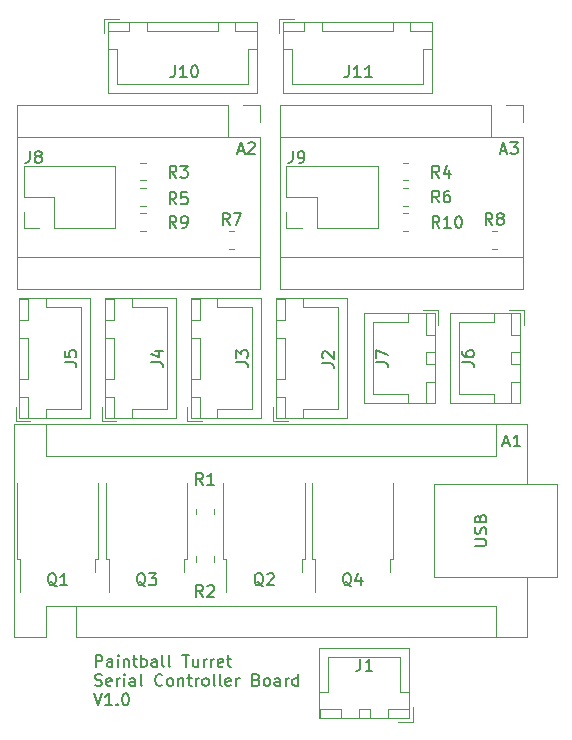
<source format=gbr>
%TF.GenerationSoftware,KiCad,Pcbnew,7.0.1-0*%
%TF.CreationDate,2024-10-14T15:01:22+02:00*%
%TF.ProjectId,SerialControllerBoard,53657269-616c-4436-9f6e-74726f6c6c65,rev?*%
%TF.SameCoordinates,Original*%
%TF.FileFunction,Legend,Top*%
%TF.FilePolarity,Positive*%
%FSLAX46Y46*%
G04 Gerber Fmt 4.6, Leading zero omitted, Abs format (unit mm)*
G04 Created by KiCad (PCBNEW 7.0.1-0) date 2024-10-14 15:01:22*
%MOMM*%
%LPD*%
G01*
G04 APERTURE LIST*
%ADD10C,0.150000*%
%ADD11C,0.120000*%
G04 APERTURE END LIST*
D10*
X127738095Y-95137619D02*
X127738095Y-94137619D01*
X127738095Y-94137619D02*
X128119047Y-94137619D01*
X128119047Y-94137619D02*
X128214285Y-94185238D01*
X128214285Y-94185238D02*
X128261904Y-94232857D01*
X128261904Y-94232857D02*
X128309523Y-94328095D01*
X128309523Y-94328095D02*
X128309523Y-94470952D01*
X128309523Y-94470952D02*
X128261904Y-94566190D01*
X128261904Y-94566190D02*
X128214285Y-94613809D01*
X128214285Y-94613809D02*
X128119047Y-94661428D01*
X128119047Y-94661428D02*
X127738095Y-94661428D01*
X129166666Y-95137619D02*
X129166666Y-94613809D01*
X129166666Y-94613809D02*
X129119047Y-94518571D01*
X129119047Y-94518571D02*
X129023809Y-94470952D01*
X129023809Y-94470952D02*
X128833333Y-94470952D01*
X128833333Y-94470952D02*
X128738095Y-94518571D01*
X129166666Y-95090000D02*
X129071428Y-95137619D01*
X129071428Y-95137619D02*
X128833333Y-95137619D01*
X128833333Y-95137619D02*
X128738095Y-95090000D01*
X128738095Y-95090000D02*
X128690476Y-94994761D01*
X128690476Y-94994761D02*
X128690476Y-94899523D01*
X128690476Y-94899523D02*
X128738095Y-94804285D01*
X128738095Y-94804285D02*
X128833333Y-94756666D01*
X128833333Y-94756666D02*
X129071428Y-94756666D01*
X129071428Y-94756666D02*
X129166666Y-94709047D01*
X129642857Y-95137619D02*
X129642857Y-94470952D01*
X129642857Y-94137619D02*
X129595238Y-94185238D01*
X129595238Y-94185238D02*
X129642857Y-94232857D01*
X129642857Y-94232857D02*
X129690476Y-94185238D01*
X129690476Y-94185238D02*
X129642857Y-94137619D01*
X129642857Y-94137619D02*
X129642857Y-94232857D01*
X130119047Y-94470952D02*
X130119047Y-95137619D01*
X130119047Y-94566190D02*
X130166666Y-94518571D01*
X130166666Y-94518571D02*
X130261904Y-94470952D01*
X130261904Y-94470952D02*
X130404761Y-94470952D01*
X130404761Y-94470952D02*
X130499999Y-94518571D01*
X130499999Y-94518571D02*
X130547618Y-94613809D01*
X130547618Y-94613809D02*
X130547618Y-95137619D01*
X130880952Y-94470952D02*
X131261904Y-94470952D01*
X131023809Y-94137619D02*
X131023809Y-94994761D01*
X131023809Y-94994761D02*
X131071428Y-95090000D01*
X131071428Y-95090000D02*
X131166666Y-95137619D01*
X131166666Y-95137619D02*
X131261904Y-95137619D01*
X131595238Y-95137619D02*
X131595238Y-94137619D01*
X131595238Y-94518571D02*
X131690476Y-94470952D01*
X131690476Y-94470952D02*
X131880952Y-94470952D01*
X131880952Y-94470952D02*
X131976190Y-94518571D01*
X131976190Y-94518571D02*
X132023809Y-94566190D01*
X132023809Y-94566190D02*
X132071428Y-94661428D01*
X132071428Y-94661428D02*
X132071428Y-94947142D01*
X132071428Y-94947142D02*
X132023809Y-95042380D01*
X132023809Y-95042380D02*
X131976190Y-95090000D01*
X131976190Y-95090000D02*
X131880952Y-95137619D01*
X131880952Y-95137619D02*
X131690476Y-95137619D01*
X131690476Y-95137619D02*
X131595238Y-95090000D01*
X132928571Y-95137619D02*
X132928571Y-94613809D01*
X132928571Y-94613809D02*
X132880952Y-94518571D01*
X132880952Y-94518571D02*
X132785714Y-94470952D01*
X132785714Y-94470952D02*
X132595238Y-94470952D01*
X132595238Y-94470952D02*
X132500000Y-94518571D01*
X132928571Y-95090000D02*
X132833333Y-95137619D01*
X132833333Y-95137619D02*
X132595238Y-95137619D01*
X132595238Y-95137619D02*
X132500000Y-95090000D01*
X132500000Y-95090000D02*
X132452381Y-94994761D01*
X132452381Y-94994761D02*
X132452381Y-94899523D01*
X132452381Y-94899523D02*
X132500000Y-94804285D01*
X132500000Y-94804285D02*
X132595238Y-94756666D01*
X132595238Y-94756666D02*
X132833333Y-94756666D01*
X132833333Y-94756666D02*
X132928571Y-94709047D01*
X133547619Y-95137619D02*
X133452381Y-95090000D01*
X133452381Y-95090000D02*
X133404762Y-94994761D01*
X133404762Y-94994761D02*
X133404762Y-94137619D01*
X134071429Y-95137619D02*
X133976191Y-95090000D01*
X133976191Y-95090000D02*
X133928572Y-94994761D01*
X133928572Y-94994761D02*
X133928572Y-94137619D01*
X135071430Y-94137619D02*
X135642858Y-94137619D01*
X135357144Y-95137619D02*
X135357144Y-94137619D01*
X136404763Y-94470952D02*
X136404763Y-95137619D01*
X135976192Y-94470952D02*
X135976192Y-94994761D01*
X135976192Y-94994761D02*
X136023811Y-95090000D01*
X136023811Y-95090000D02*
X136119049Y-95137619D01*
X136119049Y-95137619D02*
X136261906Y-95137619D01*
X136261906Y-95137619D02*
X136357144Y-95090000D01*
X136357144Y-95090000D02*
X136404763Y-95042380D01*
X136880954Y-95137619D02*
X136880954Y-94470952D01*
X136880954Y-94661428D02*
X136928573Y-94566190D01*
X136928573Y-94566190D02*
X136976192Y-94518571D01*
X136976192Y-94518571D02*
X137071430Y-94470952D01*
X137071430Y-94470952D02*
X137166668Y-94470952D01*
X137500002Y-95137619D02*
X137500002Y-94470952D01*
X137500002Y-94661428D02*
X137547621Y-94566190D01*
X137547621Y-94566190D02*
X137595240Y-94518571D01*
X137595240Y-94518571D02*
X137690478Y-94470952D01*
X137690478Y-94470952D02*
X137785716Y-94470952D01*
X138500002Y-95090000D02*
X138404764Y-95137619D01*
X138404764Y-95137619D02*
X138214288Y-95137619D01*
X138214288Y-95137619D02*
X138119050Y-95090000D01*
X138119050Y-95090000D02*
X138071431Y-94994761D01*
X138071431Y-94994761D02*
X138071431Y-94613809D01*
X138071431Y-94613809D02*
X138119050Y-94518571D01*
X138119050Y-94518571D02*
X138214288Y-94470952D01*
X138214288Y-94470952D02*
X138404764Y-94470952D01*
X138404764Y-94470952D02*
X138500002Y-94518571D01*
X138500002Y-94518571D02*
X138547621Y-94613809D01*
X138547621Y-94613809D02*
X138547621Y-94709047D01*
X138547621Y-94709047D02*
X138071431Y-94804285D01*
X138833336Y-94470952D02*
X139214288Y-94470952D01*
X138976193Y-94137619D02*
X138976193Y-94994761D01*
X138976193Y-94994761D02*
X139023812Y-95090000D01*
X139023812Y-95090000D02*
X139119050Y-95137619D01*
X139119050Y-95137619D02*
X139214288Y-95137619D01*
X127690476Y-96710000D02*
X127833333Y-96757619D01*
X127833333Y-96757619D02*
X128071428Y-96757619D01*
X128071428Y-96757619D02*
X128166666Y-96710000D01*
X128166666Y-96710000D02*
X128214285Y-96662380D01*
X128214285Y-96662380D02*
X128261904Y-96567142D01*
X128261904Y-96567142D02*
X128261904Y-96471904D01*
X128261904Y-96471904D02*
X128214285Y-96376666D01*
X128214285Y-96376666D02*
X128166666Y-96329047D01*
X128166666Y-96329047D02*
X128071428Y-96281428D01*
X128071428Y-96281428D02*
X127880952Y-96233809D01*
X127880952Y-96233809D02*
X127785714Y-96186190D01*
X127785714Y-96186190D02*
X127738095Y-96138571D01*
X127738095Y-96138571D02*
X127690476Y-96043333D01*
X127690476Y-96043333D02*
X127690476Y-95948095D01*
X127690476Y-95948095D02*
X127738095Y-95852857D01*
X127738095Y-95852857D02*
X127785714Y-95805238D01*
X127785714Y-95805238D02*
X127880952Y-95757619D01*
X127880952Y-95757619D02*
X128119047Y-95757619D01*
X128119047Y-95757619D02*
X128261904Y-95805238D01*
X129071428Y-96710000D02*
X128976190Y-96757619D01*
X128976190Y-96757619D02*
X128785714Y-96757619D01*
X128785714Y-96757619D02*
X128690476Y-96710000D01*
X128690476Y-96710000D02*
X128642857Y-96614761D01*
X128642857Y-96614761D02*
X128642857Y-96233809D01*
X128642857Y-96233809D02*
X128690476Y-96138571D01*
X128690476Y-96138571D02*
X128785714Y-96090952D01*
X128785714Y-96090952D02*
X128976190Y-96090952D01*
X128976190Y-96090952D02*
X129071428Y-96138571D01*
X129071428Y-96138571D02*
X129119047Y-96233809D01*
X129119047Y-96233809D02*
X129119047Y-96329047D01*
X129119047Y-96329047D02*
X128642857Y-96424285D01*
X129547619Y-96757619D02*
X129547619Y-96090952D01*
X129547619Y-96281428D02*
X129595238Y-96186190D01*
X129595238Y-96186190D02*
X129642857Y-96138571D01*
X129642857Y-96138571D02*
X129738095Y-96090952D01*
X129738095Y-96090952D02*
X129833333Y-96090952D01*
X130166667Y-96757619D02*
X130166667Y-96090952D01*
X130166667Y-95757619D02*
X130119048Y-95805238D01*
X130119048Y-95805238D02*
X130166667Y-95852857D01*
X130166667Y-95852857D02*
X130214286Y-95805238D01*
X130214286Y-95805238D02*
X130166667Y-95757619D01*
X130166667Y-95757619D02*
X130166667Y-95852857D01*
X131071428Y-96757619D02*
X131071428Y-96233809D01*
X131071428Y-96233809D02*
X131023809Y-96138571D01*
X131023809Y-96138571D02*
X130928571Y-96090952D01*
X130928571Y-96090952D02*
X130738095Y-96090952D01*
X130738095Y-96090952D02*
X130642857Y-96138571D01*
X131071428Y-96710000D02*
X130976190Y-96757619D01*
X130976190Y-96757619D02*
X130738095Y-96757619D01*
X130738095Y-96757619D02*
X130642857Y-96710000D01*
X130642857Y-96710000D02*
X130595238Y-96614761D01*
X130595238Y-96614761D02*
X130595238Y-96519523D01*
X130595238Y-96519523D02*
X130642857Y-96424285D01*
X130642857Y-96424285D02*
X130738095Y-96376666D01*
X130738095Y-96376666D02*
X130976190Y-96376666D01*
X130976190Y-96376666D02*
X131071428Y-96329047D01*
X131690476Y-96757619D02*
X131595238Y-96710000D01*
X131595238Y-96710000D02*
X131547619Y-96614761D01*
X131547619Y-96614761D02*
X131547619Y-95757619D01*
X133404762Y-96662380D02*
X133357143Y-96710000D01*
X133357143Y-96710000D02*
X133214286Y-96757619D01*
X133214286Y-96757619D02*
X133119048Y-96757619D01*
X133119048Y-96757619D02*
X132976191Y-96710000D01*
X132976191Y-96710000D02*
X132880953Y-96614761D01*
X132880953Y-96614761D02*
X132833334Y-96519523D01*
X132833334Y-96519523D02*
X132785715Y-96329047D01*
X132785715Y-96329047D02*
X132785715Y-96186190D01*
X132785715Y-96186190D02*
X132833334Y-95995714D01*
X132833334Y-95995714D02*
X132880953Y-95900476D01*
X132880953Y-95900476D02*
X132976191Y-95805238D01*
X132976191Y-95805238D02*
X133119048Y-95757619D01*
X133119048Y-95757619D02*
X133214286Y-95757619D01*
X133214286Y-95757619D02*
X133357143Y-95805238D01*
X133357143Y-95805238D02*
X133404762Y-95852857D01*
X133976191Y-96757619D02*
X133880953Y-96710000D01*
X133880953Y-96710000D02*
X133833334Y-96662380D01*
X133833334Y-96662380D02*
X133785715Y-96567142D01*
X133785715Y-96567142D02*
X133785715Y-96281428D01*
X133785715Y-96281428D02*
X133833334Y-96186190D01*
X133833334Y-96186190D02*
X133880953Y-96138571D01*
X133880953Y-96138571D02*
X133976191Y-96090952D01*
X133976191Y-96090952D02*
X134119048Y-96090952D01*
X134119048Y-96090952D02*
X134214286Y-96138571D01*
X134214286Y-96138571D02*
X134261905Y-96186190D01*
X134261905Y-96186190D02*
X134309524Y-96281428D01*
X134309524Y-96281428D02*
X134309524Y-96567142D01*
X134309524Y-96567142D02*
X134261905Y-96662380D01*
X134261905Y-96662380D02*
X134214286Y-96710000D01*
X134214286Y-96710000D02*
X134119048Y-96757619D01*
X134119048Y-96757619D02*
X133976191Y-96757619D01*
X134738096Y-96090952D02*
X134738096Y-96757619D01*
X134738096Y-96186190D02*
X134785715Y-96138571D01*
X134785715Y-96138571D02*
X134880953Y-96090952D01*
X134880953Y-96090952D02*
X135023810Y-96090952D01*
X135023810Y-96090952D02*
X135119048Y-96138571D01*
X135119048Y-96138571D02*
X135166667Y-96233809D01*
X135166667Y-96233809D02*
X135166667Y-96757619D01*
X135500001Y-96090952D02*
X135880953Y-96090952D01*
X135642858Y-95757619D02*
X135642858Y-96614761D01*
X135642858Y-96614761D02*
X135690477Y-96710000D01*
X135690477Y-96710000D02*
X135785715Y-96757619D01*
X135785715Y-96757619D02*
X135880953Y-96757619D01*
X136214287Y-96757619D02*
X136214287Y-96090952D01*
X136214287Y-96281428D02*
X136261906Y-96186190D01*
X136261906Y-96186190D02*
X136309525Y-96138571D01*
X136309525Y-96138571D02*
X136404763Y-96090952D01*
X136404763Y-96090952D02*
X136500001Y-96090952D01*
X136976192Y-96757619D02*
X136880954Y-96710000D01*
X136880954Y-96710000D02*
X136833335Y-96662380D01*
X136833335Y-96662380D02*
X136785716Y-96567142D01*
X136785716Y-96567142D02*
X136785716Y-96281428D01*
X136785716Y-96281428D02*
X136833335Y-96186190D01*
X136833335Y-96186190D02*
X136880954Y-96138571D01*
X136880954Y-96138571D02*
X136976192Y-96090952D01*
X136976192Y-96090952D02*
X137119049Y-96090952D01*
X137119049Y-96090952D02*
X137214287Y-96138571D01*
X137214287Y-96138571D02*
X137261906Y-96186190D01*
X137261906Y-96186190D02*
X137309525Y-96281428D01*
X137309525Y-96281428D02*
X137309525Y-96567142D01*
X137309525Y-96567142D02*
X137261906Y-96662380D01*
X137261906Y-96662380D02*
X137214287Y-96710000D01*
X137214287Y-96710000D02*
X137119049Y-96757619D01*
X137119049Y-96757619D02*
X136976192Y-96757619D01*
X137880954Y-96757619D02*
X137785716Y-96710000D01*
X137785716Y-96710000D02*
X137738097Y-96614761D01*
X137738097Y-96614761D02*
X137738097Y-95757619D01*
X138404764Y-96757619D02*
X138309526Y-96710000D01*
X138309526Y-96710000D02*
X138261907Y-96614761D01*
X138261907Y-96614761D02*
X138261907Y-95757619D01*
X139166669Y-96710000D02*
X139071431Y-96757619D01*
X139071431Y-96757619D02*
X138880955Y-96757619D01*
X138880955Y-96757619D02*
X138785717Y-96710000D01*
X138785717Y-96710000D02*
X138738098Y-96614761D01*
X138738098Y-96614761D02*
X138738098Y-96233809D01*
X138738098Y-96233809D02*
X138785717Y-96138571D01*
X138785717Y-96138571D02*
X138880955Y-96090952D01*
X138880955Y-96090952D02*
X139071431Y-96090952D01*
X139071431Y-96090952D02*
X139166669Y-96138571D01*
X139166669Y-96138571D02*
X139214288Y-96233809D01*
X139214288Y-96233809D02*
X139214288Y-96329047D01*
X139214288Y-96329047D02*
X138738098Y-96424285D01*
X139642860Y-96757619D02*
X139642860Y-96090952D01*
X139642860Y-96281428D02*
X139690479Y-96186190D01*
X139690479Y-96186190D02*
X139738098Y-96138571D01*
X139738098Y-96138571D02*
X139833336Y-96090952D01*
X139833336Y-96090952D02*
X139928574Y-96090952D01*
X141357146Y-96233809D02*
X141500003Y-96281428D01*
X141500003Y-96281428D02*
X141547622Y-96329047D01*
X141547622Y-96329047D02*
X141595241Y-96424285D01*
X141595241Y-96424285D02*
X141595241Y-96567142D01*
X141595241Y-96567142D02*
X141547622Y-96662380D01*
X141547622Y-96662380D02*
X141500003Y-96710000D01*
X141500003Y-96710000D02*
X141404765Y-96757619D01*
X141404765Y-96757619D02*
X141023813Y-96757619D01*
X141023813Y-96757619D02*
X141023813Y-95757619D01*
X141023813Y-95757619D02*
X141357146Y-95757619D01*
X141357146Y-95757619D02*
X141452384Y-95805238D01*
X141452384Y-95805238D02*
X141500003Y-95852857D01*
X141500003Y-95852857D02*
X141547622Y-95948095D01*
X141547622Y-95948095D02*
X141547622Y-96043333D01*
X141547622Y-96043333D02*
X141500003Y-96138571D01*
X141500003Y-96138571D02*
X141452384Y-96186190D01*
X141452384Y-96186190D02*
X141357146Y-96233809D01*
X141357146Y-96233809D02*
X141023813Y-96233809D01*
X142166670Y-96757619D02*
X142071432Y-96710000D01*
X142071432Y-96710000D02*
X142023813Y-96662380D01*
X142023813Y-96662380D02*
X141976194Y-96567142D01*
X141976194Y-96567142D02*
X141976194Y-96281428D01*
X141976194Y-96281428D02*
X142023813Y-96186190D01*
X142023813Y-96186190D02*
X142071432Y-96138571D01*
X142071432Y-96138571D02*
X142166670Y-96090952D01*
X142166670Y-96090952D02*
X142309527Y-96090952D01*
X142309527Y-96090952D02*
X142404765Y-96138571D01*
X142404765Y-96138571D02*
X142452384Y-96186190D01*
X142452384Y-96186190D02*
X142500003Y-96281428D01*
X142500003Y-96281428D02*
X142500003Y-96567142D01*
X142500003Y-96567142D02*
X142452384Y-96662380D01*
X142452384Y-96662380D02*
X142404765Y-96710000D01*
X142404765Y-96710000D02*
X142309527Y-96757619D01*
X142309527Y-96757619D02*
X142166670Y-96757619D01*
X143357146Y-96757619D02*
X143357146Y-96233809D01*
X143357146Y-96233809D02*
X143309527Y-96138571D01*
X143309527Y-96138571D02*
X143214289Y-96090952D01*
X143214289Y-96090952D02*
X143023813Y-96090952D01*
X143023813Y-96090952D02*
X142928575Y-96138571D01*
X143357146Y-96710000D02*
X143261908Y-96757619D01*
X143261908Y-96757619D02*
X143023813Y-96757619D01*
X143023813Y-96757619D02*
X142928575Y-96710000D01*
X142928575Y-96710000D02*
X142880956Y-96614761D01*
X142880956Y-96614761D02*
X142880956Y-96519523D01*
X142880956Y-96519523D02*
X142928575Y-96424285D01*
X142928575Y-96424285D02*
X143023813Y-96376666D01*
X143023813Y-96376666D02*
X143261908Y-96376666D01*
X143261908Y-96376666D02*
X143357146Y-96329047D01*
X143833337Y-96757619D02*
X143833337Y-96090952D01*
X143833337Y-96281428D02*
X143880956Y-96186190D01*
X143880956Y-96186190D02*
X143928575Y-96138571D01*
X143928575Y-96138571D02*
X144023813Y-96090952D01*
X144023813Y-96090952D02*
X144119051Y-96090952D01*
X144880956Y-96757619D02*
X144880956Y-95757619D01*
X144880956Y-96710000D02*
X144785718Y-96757619D01*
X144785718Y-96757619D02*
X144595242Y-96757619D01*
X144595242Y-96757619D02*
X144500004Y-96710000D01*
X144500004Y-96710000D02*
X144452385Y-96662380D01*
X144452385Y-96662380D02*
X144404766Y-96567142D01*
X144404766Y-96567142D02*
X144404766Y-96281428D01*
X144404766Y-96281428D02*
X144452385Y-96186190D01*
X144452385Y-96186190D02*
X144500004Y-96138571D01*
X144500004Y-96138571D02*
X144595242Y-96090952D01*
X144595242Y-96090952D02*
X144785718Y-96090952D01*
X144785718Y-96090952D02*
X144880956Y-96138571D01*
X127595238Y-97377619D02*
X127928571Y-98377619D01*
X127928571Y-98377619D02*
X128261904Y-97377619D01*
X129119047Y-98377619D02*
X128547619Y-98377619D01*
X128833333Y-98377619D02*
X128833333Y-97377619D01*
X128833333Y-97377619D02*
X128738095Y-97520476D01*
X128738095Y-97520476D02*
X128642857Y-97615714D01*
X128642857Y-97615714D02*
X128547619Y-97663333D01*
X129547619Y-98282380D02*
X129595238Y-98330000D01*
X129595238Y-98330000D02*
X129547619Y-98377619D01*
X129547619Y-98377619D02*
X129500000Y-98330000D01*
X129500000Y-98330000D02*
X129547619Y-98282380D01*
X129547619Y-98282380D02*
X129547619Y-98377619D01*
X130214285Y-97377619D02*
X130309523Y-97377619D01*
X130309523Y-97377619D02*
X130404761Y-97425238D01*
X130404761Y-97425238D02*
X130452380Y-97472857D01*
X130452380Y-97472857D02*
X130499999Y-97568095D01*
X130499999Y-97568095D02*
X130547618Y-97758571D01*
X130547618Y-97758571D02*
X130547618Y-97996666D01*
X130547618Y-97996666D02*
X130499999Y-98187142D01*
X130499999Y-98187142D02*
X130452380Y-98282380D01*
X130452380Y-98282380D02*
X130404761Y-98330000D01*
X130404761Y-98330000D02*
X130309523Y-98377619D01*
X130309523Y-98377619D02*
X130214285Y-98377619D01*
X130214285Y-98377619D02*
X130119047Y-98330000D01*
X130119047Y-98330000D02*
X130071428Y-98282380D01*
X130071428Y-98282380D02*
X130023809Y-98187142D01*
X130023809Y-98187142D02*
X129976190Y-97996666D01*
X129976190Y-97996666D02*
X129976190Y-97758571D01*
X129976190Y-97758571D02*
X130023809Y-97568095D01*
X130023809Y-97568095D02*
X130071428Y-97472857D01*
X130071428Y-97472857D02*
X130119047Y-97425238D01*
X130119047Y-97425238D02*
X130214285Y-97377619D01*
%TO.C,J10*%
X134440476Y-44212619D02*
X134440476Y-44926904D01*
X134440476Y-44926904D02*
X134392857Y-45069761D01*
X134392857Y-45069761D02*
X134297619Y-45165000D01*
X134297619Y-45165000D02*
X134154762Y-45212619D01*
X134154762Y-45212619D02*
X134059524Y-45212619D01*
X135440476Y-45212619D02*
X134869048Y-45212619D01*
X135154762Y-45212619D02*
X135154762Y-44212619D01*
X135154762Y-44212619D02*
X135059524Y-44355476D01*
X135059524Y-44355476D02*
X134964286Y-44450714D01*
X134964286Y-44450714D02*
X134869048Y-44498333D01*
X136059524Y-44212619D02*
X136154762Y-44212619D01*
X136154762Y-44212619D02*
X136250000Y-44260238D01*
X136250000Y-44260238D02*
X136297619Y-44307857D01*
X136297619Y-44307857D02*
X136345238Y-44403095D01*
X136345238Y-44403095D02*
X136392857Y-44593571D01*
X136392857Y-44593571D02*
X136392857Y-44831666D01*
X136392857Y-44831666D02*
X136345238Y-45022142D01*
X136345238Y-45022142D02*
X136297619Y-45117380D01*
X136297619Y-45117380D02*
X136250000Y-45165000D01*
X136250000Y-45165000D02*
X136154762Y-45212619D01*
X136154762Y-45212619D02*
X136059524Y-45212619D01*
X136059524Y-45212619D02*
X135964286Y-45165000D01*
X135964286Y-45165000D02*
X135916667Y-45117380D01*
X135916667Y-45117380D02*
X135869048Y-45022142D01*
X135869048Y-45022142D02*
X135821429Y-44831666D01*
X135821429Y-44831666D02*
X135821429Y-44593571D01*
X135821429Y-44593571D02*
X135869048Y-44403095D01*
X135869048Y-44403095D02*
X135916667Y-44307857D01*
X135916667Y-44307857D02*
X135964286Y-44260238D01*
X135964286Y-44260238D02*
X136059524Y-44212619D01*
%TO.C,J8*%
X122166666Y-51462619D02*
X122166666Y-52176904D01*
X122166666Y-52176904D02*
X122119047Y-52319761D01*
X122119047Y-52319761D02*
X122023809Y-52415000D01*
X122023809Y-52415000D02*
X121880952Y-52462619D01*
X121880952Y-52462619D02*
X121785714Y-52462619D01*
X122785714Y-51891190D02*
X122690476Y-51843571D01*
X122690476Y-51843571D02*
X122642857Y-51795952D01*
X122642857Y-51795952D02*
X122595238Y-51700714D01*
X122595238Y-51700714D02*
X122595238Y-51653095D01*
X122595238Y-51653095D02*
X122642857Y-51557857D01*
X122642857Y-51557857D02*
X122690476Y-51510238D01*
X122690476Y-51510238D02*
X122785714Y-51462619D01*
X122785714Y-51462619D02*
X122976190Y-51462619D01*
X122976190Y-51462619D02*
X123071428Y-51510238D01*
X123071428Y-51510238D02*
X123119047Y-51557857D01*
X123119047Y-51557857D02*
X123166666Y-51653095D01*
X123166666Y-51653095D02*
X123166666Y-51700714D01*
X123166666Y-51700714D02*
X123119047Y-51795952D01*
X123119047Y-51795952D02*
X123071428Y-51843571D01*
X123071428Y-51843571D02*
X122976190Y-51891190D01*
X122976190Y-51891190D02*
X122785714Y-51891190D01*
X122785714Y-51891190D02*
X122690476Y-51938809D01*
X122690476Y-51938809D02*
X122642857Y-51986428D01*
X122642857Y-51986428D02*
X122595238Y-52081666D01*
X122595238Y-52081666D02*
X122595238Y-52272142D01*
X122595238Y-52272142D02*
X122642857Y-52367380D01*
X122642857Y-52367380D02*
X122690476Y-52415000D01*
X122690476Y-52415000D02*
X122785714Y-52462619D01*
X122785714Y-52462619D02*
X122976190Y-52462619D01*
X122976190Y-52462619D02*
X123071428Y-52415000D01*
X123071428Y-52415000D02*
X123119047Y-52367380D01*
X123119047Y-52367380D02*
X123166666Y-52272142D01*
X123166666Y-52272142D02*
X123166666Y-52081666D01*
X123166666Y-52081666D02*
X123119047Y-51986428D01*
X123119047Y-51986428D02*
X123071428Y-51938809D01*
X123071428Y-51938809D02*
X122976190Y-51891190D01*
%TO.C,J5*%
X125112619Y-69333333D02*
X125826904Y-69333333D01*
X125826904Y-69333333D02*
X125969761Y-69380952D01*
X125969761Y-69380952D02*
X126065000Y-69476190D01*
X126065000Y-69476190D02*
X126112619Y-69619047D01*
X126112619Y-69619047D02*
X126112619Y-69714285D01*
X125112619Y-68380952D02*
X125112619Y-68857142D01*
X125112619Y-68857142D02*
X125588809Y-68904761D01*
X125588809Y-68904761D02*
X125541190Y-68857142D01*
X125541190Y-68857142D02*
X125493571Y-68761904D01*
X125493571Y-68761904D02*
X125493571Y-68523809D01*
X125493571Y-68523809D02*
X125541190Y-68428571D01*
X125541190Y-68428571D02*
X125588809Y-68380952D01*
X125588809Y-68380952D02*
X125684047Y-68333333D01*
X125684047Y-68333333D02*
X125922142Y-68333333D01*
X125922142Y-68333333D02*
X126017380Y-68380952D01*
X126017380Y-68380952D02*
X126065000Y-68428571D01*
X126065000Y-68428571D02*
X126112619Y-68523809D01*
X126112619Y-68523809D02*
X126112619Y-68761904D01*
X126112619Y-68761904D02*
X126065000Y-68857142D01*
X126065000Y-68857142D02*
X126017380Y-68904761D01*
%TO.C,J11*%
X149190476Y-44212619D02*
X149190476Y-44926904D01*
X149190476Y-44926904D02*
X149142857Y-45069761D01*
X149142857Y-45069761D02*
X149047619Y-45165000D01*
X149047619Y-45165000D02*
X148904762Y-45212619D01*
X148904762Y-45212619D02*
X148809524Y-45212619D01*
X150190476Y-45212619D02*
X149619048Y-45212619D01*
X149904762Y-45212619D02*
X149904762Y-44212619D01*
X149904762Y-44212619D02*
X149809524Y-44355476D01*
X149809524Y-44355476D02*
X149714286Y-44450714D01*
X149714286Y-44450714D02*
X149619048Y-44498333D01*
X151142857Y-45212619D02*
X150571429Y-45212619D01*
X150857143Y-45212619D02*
X150857143Y-44212619D01*
X150857143Y-44212619D02*
X150761905Y-44355476D01*
X150761905Y-44355476D02*
X150666667Y-44450714D01*
X150666667Y-44450714D02*
X150571429Y-44498333D01*
%TO.C,J6*%
X158762619Y-69333333D02*
X159476904Y-69333333D01*
X159476904Y-69333333D02*
X159619761Y-69380952D01*
X159619761Y-69380952D02*
X159715000Y-69476190D01*
X159715000Y-69476190D02*
X159762619Y-69619047D01*
X159762619Y-69619047D02*
X159762619Y-69714285D01*
X158762619Y-68428571D02*
X158762619Y-68619047D01*
X158762619Y-68619047D02*
X158810238Y-68714285D01*
X158810238Y-68714285D02*
X158857857Y-68761904D01*
X158857857Y-68761904D02*
X159000714Y-68857142D01*
X159000714Y-68857142D02*
X159191190Y-68904761D01*
X159191190Y-68904761D02*
X159572142Y-68904761D01*
X159572142Y-68904761D02*
X159667380Y-68857142D01*
X159667380Y-68857142D02*
X159715000Y-68809523D01*
X159715000Y-68809523D02*
X159762619Y-68714285D01*
X159762619Y-68714285D02*
X159762619Y-68523809D01*
X159762619Y-68523809D02*
X159715000Y-68428571D01*
X159715000Y-68428571D02*
X159667380Y-68380952D01*
X159667380Y-68380952D02*
X159572142Y-68333333D01*
X159572142Y-68333333D02*
X159334047Y-68333333D01*
X159334047Y-68333333D02*
X159238809Y-68380952D01*
X159238809Y-68380952D02*
X159191190Y-68428571D01*
X159191190Y-68428571D02*
X159143571Y-68523809D01*
X159143571Y-68523809D02*
X159143571Y-68714285D01*
X159143571Y-68714285D02*
X159191190Y-68809523D01*
X159191190Y-68809523D02*
X159238809Y-68857142D01*
X159238809Y-68857142D02*
X159334047Y-68904761D01*
%TO.C,J4*%
X132437619Y-69333333D02*
X133151904Y-69333333D01*
X133151904Y-69333333D02*
X133294761Y-69380952D01*
X133294761Y-69380952D02*
X133390000Y-69476190D01*
X133390000Y-69476190D02*
X133437619Y-69619047D01*
X133437619Y-69619047D02*
X133437619Y-69714285D01*
X132770952Y-68428571D02*
X133437619Y-68428571D01*
X132390000Y-68666666D02*
X133104285Y-68904761D01*
X133104285Y-68904761D02*
X133104285Y-68285714D01*
%TO.C,A1*%
X162285714Y-76176904D02*
X162761904Y-76176904D01*
X162190476Y-76462619D02*
X162523809Y-75462619D01*
X162523809Y-75462619D02*
X162857142Y-76462619D01*
X163714285Y-76462619D02*
X163142857Y-76462619D01*
X163428571Y-76462619D02*
X163428571Y-75462619D01*
X163428571Y-75462619D02*
X163333333Y-75605476D01*
X163333333Y-75605476D02*
X163238095Y-75700714D01*
X163238095Y-75700714D02*
X163142857Y-75748333D01*
X159822619Y-84881904D02*
X160632142Y-84881904D01*
X160632142Y-84881904D02*
X160727380Y-84834285D01*
X160727380Y-84834285D02*
X160775000Y-84786666D01*
X160775000Y-84786666D02*
X160822619Y-84691428D01*
X160822619Y-84691428D02*
X160822619Y-84500952D01*
X160822619Y-84500952D02*
X160775000Y-84405714D01*
X160775000Y-84405714D02*
X160727380Y-84358095D01*
X160727380Y-84358095D02*
X160632142Y-84310476D01*
X160632142Y-84310476D02*
X159822619Y-84310476D01*
X160775000Y-83881904D02*
X160822619Y-83739047D01*
X160822619Y-83739047D02*
X160822619Y-83500952D01*
X160822619Y-83500952D02*
X160775000Y-83405714D01*
X160775000Y-83405714D02*
X160727380Y-83358095D01*
X160727380Y-83358095D02*
X160632142Y-83310476D01*
X160632142Y-83310476D02*
X160536904Y-83310476D01*
X160536904Y-83310476D02*
X160441666Y-83358095D01*
X160441666Y-83358095D02*
X160394047Y-83405714D01*
X160394047Y-83405714D02*
X160346428Y-83500952D01*
X160346428Y-83500952D02*
X160298809Y-83691428D01*
X160298809Y-83691428D02*
X160251190Y-83786666D01*
X160251190Y-83786666D02*
X160203571Y-83834285D01*
X160203571Y-83834285D02*
X160108333Y-83881904D01*
X160108333Y-83881904D02*
X160013095Y-83881904D01*
X160013095Y-83881904D02*
X159917857Y-83834285D01*
X159917857Y-83834285D02*
X159870238Y-83786666D01*
X159870238Y-83786666D02*
X159822619Y-83691428D01*
X159822619Y-83691428D02*
X159822619Y-83453333D01*
X159822619Y-83453333D02*
X159870238Y-83310476D01*
X160298809Y-82548571D02*
X160346428Y-82405714D01*
X160346428Y-82405714D02*
X160394047Y-82358095D01*
X160394047Y-82358095D02*
X160489285Y-82310476D01*
X160489285Y-82310476D02*
X160632142Y-82310476D01*
X160632142Y-82310476D02*
X160727380Y-82358095D01*
X160727380Y-82358095D02*
X160775000Y-82405714D01*
X160775000Y-82405714D02*
X160822619Y-82500952D01*
X160822619Y-82500952D02*
X160822619Y-82881904D01*
X160822619Y-82881904D02*
X159822619Y-82881904D01*
X159822619Y-82881904D02*
X159822619Y-82548571D01*
X159822619Y-82548571D02*
X159870238Y-82453333D01*
X159870238Y-82453333D02*
X159917857Y-82405714D01*
X159917857Y-82405714D02*
X160013095Y-82358095D01*
X160013095Y-82358095D02*
X160108333Y-82358095D01*
X160108333Y-82358095D02*
X160203571Y-82405714D01*
X160203571Y-82405714D02*
X160251190Y-82453333D01*
X160251190Y-82453333D02*
X160298809Y-82548571D01*
X160298809Y-82548571D02*
X160298809Y-82881904D01*
%TO.C,R2*%
X136833333Y-89212619D02*
X136500000Y-88736428D01*
X136261905Y-89212619D02*
X136261905Y-88212619D01*
X136261905Y-88212619D02*
X136642857Y-88212619D01*
X136642857Y-88212619D02*
X136738095Y-88260238D01*
X136738095Y-88260238D02*
X136785714Y-88307857D01*
X136785714Y-88307857D02*
X136833333Y-88403095D01*
X136833333Y-88403095D02*
X136833333Y-88545952D01*
X136833333Y-88545952D02*
X136785714Y-88641190D01*
X136785714Y-88641190D02*
X136738095Y-88688809D01*
X136738095Y-88688809D02*
X136642857Y-88736428D01*
X136642857Y-88736428D02*
X136261905Y-88736428D01*
X137214286Y-88307857D02*
X137261905Y-88260238D01*
X137261905Y-88260238D02*
X137357143Y-88212619D01*
X137357143Y-88212619D02*
X137595238Y-88212619D01*
X137595238Y-88212619D02*
X137690476Y-88260238D01*
X137690476Y-88260238D02*
X137738095Y-88307857D01*
X137738095Y-88307857D02*
X137785714Y-88403095D01*
X137785714Y-88403095D02*
X137785714Y-88498333D01*
X137785714Y-88498333D02*
X137738095Y-88641190D01*
X137738095Y-88641190D02*
X137166667Y-89212619D01*
X137166667Y-89212619D02*
X137785714Y-89212619D01*
%TO.C,R10*%
X156857142Y-57962619D02*
X156523809Y-57486428D01*
X156285714Y-57962619D02*
X156285714Y-56962619D01*
X156285714Y-56962619D02*
X156666666Y-56962619D01*
X156666666Y-56962619D02*
X156761904Y-57010238D01*
X156761904Y-57010238D02*
X156809523Y-57057857D01*
X156809523Y-57057857D02*
X156857142Y-57153095D01*
X156857142Y-57153095D02*
X156857142Y-57295952D01*
X156857142Y-57295952D02*
X156809523Y-57391190D01*
X156809523Y-57391190D02*
X156761904Y-57438809D01*
X156761904Y-57438809D02*
X156666666Y-57486428D01*
X156666666Y-57486428D02*
X156285714Y-57486428D01*
X157809523Y-57962619D02*
X157238095Y-57962619D01*
X157523809Y-57962619D02*
X157523809Y-56962619D01*
X157523809Y-56962619D02*
X157428571Y-57105476D01*
X157428571Y-57105476D02*
X157333333Y-57200714D01*
X157333333Y-57200714D02*
X157238095Y-57248333D01*
X158428571Y-56962619D02*
X158523809Y-56962619D01*
X158523809Y-56962619D02*
X158619047Y-57010238D01*
X158619047Y-57010238D02*
X158666666Y-57057857D01*
X158666666Y-57057857D02*
X158714285Y-57153095D01*
X158714285Y-57153095D02*
X158761904Y-57343571D01*
X158761904Y-57343571D02*
X158761904Y-57581666D01*
X158761904Y-57581666D02*
X158714285Y-57772142D01*
X158714285Y-57772142D02*
X158666666Y-57867380D01*
X158666666Y-57867380D02*
X158619047Y-57915000D01*
X158619047Y-57915000D02*
X158523809Y-57962619D01*
X158523809Y-57962619D02*
X158428571Y-57962619D01*
X158428571Y-57962619D02*
X158333333Y-57915000D01*
X158333333Y-57915000D02*
X158285714Y-57867380D01*
X158285714Y-57867380D02*
X158238095Y-57772142D01*
X158238095Y-57772142D02*
X158190476Y-57581666D01*
X158190476Y-57581666D02*
X158190476Y-57343571D01*
X158190476Y-57343571D02*
X158238095Y-57153095D01*
X158238095Y-57153095D02*
X158285714Y-57057857D01*
X158285714Y-57057857D02*
X158333333Y-57010238D01*
X158333333Y-57010238D02*
X158428571Y-56962619D01*
%TO.C,A2*%
X139785714Y-51426904D02*
X140261904Y-51426904D01*
X139690476Y-51712619D02*
X140023809Y-50712619D01*
X140023809Y-50712619D02*
X140357142Y-51712619D01*
X140642857Y-50807857D02*
X140690476Y-50760238D01*
X140690476Y-50760238D02*
X140785714Y-50712619D01*
X140785714Y-50712619D02*
X141023809Y-50712619D01*
X141023809Y-50712619D02*
X141119047Y-50760238D01*
X141119047Y-50760238D02*
X141166666Y-50807857D01*
X141166666Y-50807857D02*
X141214285Y-50903095D01*
X141214285Y-50903095D02*
X141214285Y-50998333D01*
X141214285Y-50998333D02*
X141166666Y-51141190D01*
X141166666Y-51141190D02*
X140595238Y-51712619D01*
X140595238Y-51712619D02*
X141214285Y-51712619D01*
%TO.C,R7*%
X139083333Y-57712619D02*
X138750000Y-57236428D01*
X138511905Y-57712619D02*
X138511905Y-56712619D01*
X138511905Y-56712619D02*
X138892857Y-56712619D01*
X138892857Y-56712619D02*
X138988095Y-56760238D01*
X138988095Y-56760238D02*
X139035714Y-56807857D01*
X139035714Y-56807857D02*
X139083333Y-56903095D01*
X139083333Y-56903095D02*
X139083333Y-57045952D01*
X139083333Y-57045952D02*
X139035714Y-57141190D01*
X139035714Y-57141190D02*
X138988095Y-57188809D01*
X138988095Y-57188809D02*
X138892857Y-57236428D01*
X138892857Y-57236428D02*
X138511905Y-57236428D01*
X139416667Y-56712619D02*
X140083333Y-56712619D01*
X140083333Y-56712619D02*
X139654762Y-57712619D01*
%TO.C,R5*%
X134583333Y-55962619D02*
X134250000Y-55486428D01*
X134011905Y-55962619D02*
X134011905Y-54962619D01*
X134011905Y-54962619D02*
X134392857Y-54962619D01*
X134392857Y-54962619D02*
X134488095Y-55010238D01*
X134488095Y-55010238D02*
X134535714Y-55057857D01*
X134535714Y-55057857D02*
X134583333Y-55153095D01*
X134583333Y-55153095D02*
X134583333Y-55295952D01*
X134583333Y-55295952D02*
X134535714Y-55391190D01*
X134535714Y-55391190D02*
X134488095Y-55438809D01*
X134488095Y-55438809D02*
X134392857Y-55486428D01*
X134392857Y-55486428D02*
X134011905Y-55486428D01*
X135488095Y-54962619D02*
X135011905Y-54962619D01*
X135011905Y-54962619D02*
X134964286Y-55438809D01*
X134964286Y-55438809D02*
X135011905Y-55391190D01*
X135011905Y-55391190D02*
X135107143Y-55343571D01*
X135107143Y-55343571D02*
X135345238Y-55343571D01*
X135345238Y-55343571D02*
X135440476Y-55391190D01*
X135440476Y-55391190D02*
X135488095Y-55438809D01*
X135488095Y-55438809D02*
X135535714Y-55534047D01*
X135535714Y-55534047D02*
X135535714Y-55772142D01*
X135535714Y-55772142D02*
X135488095Y-55867380D01*
X135488095Y-55867380D02*
X135440476Y-55915000D01*
X135440476Y-55915000D02*
X135345238Y-55962619D01*
X135345238Y-55962619D02*
X135107143Y-55962619D01*
X135107143Y-55962619D02*
X135011905Y-55915000D01*
X135011905Y-55915000D02*
X134964286Y-55867380D01*
%TO.C,Q3*%
X131964761Y-88307857D02*
X131869523Y-88260238D01*
X131869523Y-88260238D02*
X131774285Y-88165000D01*
X131774285Y-88165000D02*
X131631428Y-88022142D01*
X131631428Y-88022142D02*
X131536190Y-87974523D01*
X131536190Y-87974523D02*
X131440952Y-87974523D01*
X131488571Y-88212619D02*
X131393333Y-88165000D01*
X131393333Y-88165000D02*
X131298095Y-88069761D01*
X131298095Y-88069761D02*
X131250476Y-87879285D01*
X131250476Y-87879285D02*
X131250476Y-87545952D01*
X131250476Y-87545952D02*
X131298095Y-87355476D01*
X131298095Y-87355476D02*
X131393333Y-87260238D01*
X131393333Y-87260238D02*
X131488571Y-87212619D01*
X131488571Y-87212619D02*
X131679047Y-87212619D01*
X131679047Y-87212619D02*
X131774285Y-87260238D01*
X131774285Y-87260238D02*
X131869523Y-87355476D01*
X131869523Y-87355476D02*
X131917142Y-87545952D01*
X131917142Y-87545952D02*
X131917142Y-87879285D01*
X131917142Y-87879285D02*
X131869523Y-88069761D01*
X131869523Y-88069761D02*
X131774285Y-88165000D01*
X131774285Y-88165000D02*
X131679047Y-88212619D01*
X131679047Y-88212619D02*
X131488571Y-88212619D01*
X132250476Y-87212619D02*
X132869523Y-87212619D01*
X132869523Y-87212619D02*
X132536190Y-87593571D01*
X132536190Y-87593571D02*
X132679047Y-87593571D01*
X132679047Y-87593571D02*
X132774285Y-87641190D01*
X132774285Y-87641190D02*
X132821904Y-87688809D01*
X132821904Y-87688809D02*
X132869523Y-87784047D01*
X132869523Y-87784047D02*
X132869523Y-88022142D01*
X132869523Y-88022142D02*
X132821904Y-88117380D01*
X132821904Y-88117380D02*
X132774285Y-88165000D01*
X132774285Y-88165000D02*
X132679047Y-88212619D01*
X132679047Y-88212619D02*
X132393333Y-88212619D01*
X132393333Y-88212619D02*
X132298095Y-88165000D01*
X132298095Y-88165000D02*
X132250476Y-88117380D01*
%TO.C,R8*%
X161333333Y-57712619D02*
X161000000Y-57236428D01*
X160761905Y-57712619D02*
X160761905Y-56712619D01*
X160761905Y-56712619D02*
X161142857Y-56712619D01*
X161142857Y-56712619D02*
X161238095Y-56760238D01*
X161238095Y-56760238D02*
X161285714Y-56807857D01*
X161285714Y-56807857D02*
X161333333Y-56903095D01*
X161333333Y-56903095D02*
X161333333Y-57045952D01*
X161333333Y-57045952D02*
X161285714Y-57141190D01*
X161285714Y-57141190D02*
X161238095Y-57188809D01*
X161238095Y-57188809D02*
X161142857Y-57236428D01*
X161142857Y-57236428D02*
X160761905Y-57236428D01*
X161904762Y-57141190D02*
X161809524Y-57093571D01*
X161809524Y-57093571D02*
X161761905Y-57045952D01*
X161761905Y-57045952D02*
X161714286Y-56950714D01*
X161714286Y-56950714D02*
X161714286Y-56903095D01*
X161714286Y-56903095D02*
X161761905Y-56807857D01*
X161761905Y-56807857D02*
X161809524Y-56760238D01*
X161809524Y-56760238D02*
X161904762Y-56712619D01*
X161904762Y-56712619D02*
X162095238Y-56712619D01*
X162095238Y-56712619D02*
X162190476Y-56760238D01*
X162190476Y-56760238D02*
X162238095Y-56807857D01*
X162238095Y-56807857D02*
X162285714Y-56903095D01*
X162285714Y-56903095D02*
X162285714Y-56950714D01*
X162285714Y-56950714D02*
X162238095Y-57045952D01*
X162238095Y-57045952D02*
X162190476Y-57093571D01*
X162190476Y-57093571D02*
X162095238Y-57141190D01*
X162095238Y-57141190D02*
X161904762Y-57141190D01*
X161904762Y-57141190D02*
X161809524Y-57188809D01*
X161809524Y-57188809D02*
X161761905Y-57236428D01*
X161761905Y-57236428D02*
X161714286Y-57331666D01*
X161714286Y-57331666D02*
X161714286Y-57522142D01*
X161714286Y-57522142D02*
X161761905Y-57617380D01*
X161761905Y-57617380D02*
X161809524Y-57665000D01*
X161809524Y-57665000D02*
X161904762Y-57712619D01*
X161904762Y-57712619D02*
X162095238Y-57712619D01*
X162095238Y-57712619D02*
X162190476Y-57665000D01*
X162190476Y-57665000D02*
X162238095Y-57617380D01*
X162238095Y-57617380D02*
X162285714Y-57522142D01*
X162285714Y-57522142D02*
X162285714Y-57331666D01*
X162285714Y-57331666D02*
X162238095Y-57236428D01*
X162238095Y-57236428D02*
X162190476Y-57188809D01*
X162190476Y-57188809D02*
X162095238Y-57141190D01*
%TO.C,R3*%
X134583333Y-53712619D02*
X134250000Y-53236428D01*
X134011905Y-53712619D02*
X134011905Y-52712619D01*
X134011905Y-52712619D02*
X134392857Y-52712619D01*
X134392857Y-52712619D02*
X134488095Y-52760238D01*
X134488095Y-52760238D02*
X134535714Y-52807857D01*
X134535714Y-52807857D02*
X134583333Y-52903095D01*
X134583333Y-52903095D02*
X134583333Y-53045952D01*
X134583333Y-53045952D02*
X134535714Y-53141190D01*
X134535714Y-53141190D02*
X134488095Y-53188809D01*
X134488095Y-53188809D02*
X134392857Y-53236428D01*
X134392857Y-53236428D02*
X134011905Y-53236428D01*
X134916667Y-52712619D02*
X135535714Y-52712619D01*
X135535714Y-52712619D02*
X135202381Y-53093571D01*
X135202381Y-53093571D02*
X135345238Y-53093571D01*
X135345238Y-53093571D02*
X135440476Y-53141190D01*
X135440476Y-53141190D02*
X135488095Y-53188809D01*
X135488095Y-53188809D02*
X135535714Y-53284047D01*
X135535714Y-53284047D02*
X135535714Y-53522142D01*
X135535714Y-53522142D02*
X135488095Y-53617380D01*
X135488095Y-53617380D02*
X135440476Y-53665000D01*
X135440476Y-53665000D02*
X135345238Y-53712619D01*
X135345238Y-53712619D02*
X135059524Y-53712619D01*
X135059524Y-53712619D02*
X134964286Y-53665000D01*
X134964286Y-53665000D02*
X134916667Y-53617380D01*
%TO.C,Q4*%
X149404761Y-88307857D02*
X149309523Y-88260238D01*
X149309523Y-88260238D02*
X149214285Y-88165000D01*
X149214285Y-88165000D02*
X149071428Y-88022142D01*
X149071428Y-88022142D02*
X148976190Y-87974523D01*
X148976190Y-87974523D02*
X148880952Y-87974523D01*
X148928571Y-88212619D02*
X148833333Y-88165000D01*
X148833333Y-88165000D02*
X148738095Y-88069761D01*
X148738095Y-88069761D02*
X148690476Y-87879285D01*
X148690476Y-87879285D02*
X148690476Y-87545952D01*
X148690476Y-87545952D02*
X148738095Y-87355476D01*
X148738095Y-87355476D02*
X148833333Y-87260238D01*
X148833333Y-87260238D02*
X148928571Y-87212619D01*
X148928571Y-87212619D02*
X149119047Y-87212619D01*
X149119047Y-87212619D02*
X149214285Y-87260238D01*
X149214285Y-87260238D02*
X149309523Y-87355476D01*
X149309523Y-87355476D02*
X149357142Y-87545952D01*
X149357142Y-87545952D02*
X149357142Y-87879285D01*
X149357142Y-87879285D02*
X149309523Y-88069761D01*
X149309523Y-88069761D02*
X149214285Y-88165000D01*
X149214285Y-88165000D02*
X149119047Y-88212619D01*
X149119047Y-88212619D02*
X148928571Y-88212619D01*
X150214285Y-87545952D02*
X150214285Y-88212619D01*
X149976190Y-87165000D02*
X149738095Y-87879285D01*
X149738095Y-87879285D02*
X150357142Y-87879285D01*
%TO.C,J7*%
X151462619Y-69333333D02*
X152176904Y-69333333D01*
X152176904Y-69333333D02*
X152319761Y-69380952D01*
X152319761Y-69380952D02*
X152415000Y-69476190D01*
X152415000Y-69476190D02*
X152462619Y-69619047D01*
X152462619Y-69619047D02*
X152462619Y-69714285D01*
X151462619Y-68952380D02*
X151462619Y-68285714D01*
X151462619Y-68285714D02*
X152462619Y-68714285D01*
%TO.C,R4*%
X156833333Y-53712619D02*
X156500000Y-53236428D01*
X156261905Y-53712619D02*
X156261905Y-52712619D01*
X156261905Y-52712619D02*
X156642857Y-52712619D01*
X156642857Y-52712619D02*
X156738095Y-52760238D01*
X156738095Y-52760238D02*
X156785714Y-52807857D01*
X156785714Y-52807857D02*
X156833333Y-52903095D01*
X156833333Y-52903095D02*
X156833333Y-53045952D01*
X156833333Y-53045952D02*
X156785714Y-53141190D01*
X156785714Y-53141190D02*
X156738095Y-53188809D01*
X156738095Y-53188809D02*
X156642857Y-53236428D01*
X156642857Y-53236428D02*
X156261905Y-53236428D01*
X157690476Y-53045952D02*
X157690476Y-53712619D01*
X157452381Y-52665000D02*
X157214286Y-53379285D01*
X157214286Y-53379285D02*
X157833333Y-53379285D01*
%TO.C,R1*%
X136833333Y-79712619D02*
X136500000Y-79236428D01*
X136261905Y-79712619D02*
X136261905Y-78712619D01*
X136261905Y-78712619D02*
X136642857Y-78712619D01*
X136642857Y-78712619D02*
X136738095Y-78760238D01*
X136738095Y-78760238D02*
X136785714Y-78807857D01*
X136785714Y-78807857D02*
X136833333Y-78903095D01*
X136833333Y-78903095D02*
X136833333Y-79045952D01*
X136833333Y-79045952D02*
X136785714Y-79141190D01*
X136785714Y-79141190D02*
X136738095Y-79188809D01*
X136738095Y-79188809D02*
X136642857Y-79236428D01*
X136642857Y-79236428D02*
X136261905Y-79236428D01*
X137785714Y-79712619D02*
X137214286Y-79712619D01*
X137500000Y-79712619D02*
X137500000Y-78712619D01*
X137500000Y-78712619D02*
X137404762Y-78855476D01*
X137404762Y-78855476D02*
X137309524Y-78950714D01*
X137309524Y-78950714D02*
X137214286Y-78998333D01*
%TO.C,Q2*%
X141934761Y-88307857D02*
X141839523Y-88260238D01*
X141839523Y-88260238D02*
X141744285Y-88165000D01*
X141744285Y-88165000D02*
X141601428Y-88022142D01*
X141601428Y-88022142D02*
X141506190Y-87974523D01*
X141506190Y-87974523D02*
X141410952Y-87974523D01*
X141458571Y-88212619D02*
X141363333Y-88165000D01*
X141363333Y-88165000D02*
X141268095Y-88069761D01*
X141268095Y-88069761D02*
X141220476Y-87879285D01*
X141220476Y-87879285D02*
X141220476Y-87545952D01*
X141220476Y-87545952D02*
X141268095Y-87355476D01*
X141268095Y-87355476D02*
X141363333Y-87260238D01*
X141363333Y-87260238D02*
X141458571Y-87212619D01*
X141458571Y-87212619D02*
X141649047Y-87212619D01*
X141649047Y-87212619D02*
X141744285Y-87260238D01*
X141744285Y-87260238D02*
X141839523Y-87355476D01*
X141839523Y-87355476D02*
X141887142Y-87545952D01*
X141887142Y-87545952D02*
X141887142Y-87879285D01*
X141887142Y-87879285D02*
X141839523Y-88069761D01*
X141839523Y-88069761D02*
X141744285Y-88165000D01*
X141744285Y-88165000D02*
X141649047Y-88212619D01*
X141649047Y-88212619D02*
X141458571Y-88212619D01*
X142268095Y-87307857D02*
X142315714Y-87260238D01*
X142315714Y-87260238D02*
X142410952Y-87212619D01*
X142410952Y-87212619D02*
X142649047Y-87212619D01*
X142649047Y-87212619D02*
X142744285Y-87260238D01*
X142744285Y-87260238D02*
X142791904Y-87307857D01*
X142791904Y-87307857D02*
X142839523Y-87403095D01*
X142839523Y-87403095D02*
X142839523Y-87498333D01*
X142839523Y-87498333D02*
X142791904Y-87641190D01*
X142791904Y-87641190D02*
X142220476Y-88212619D01*
X142220476Y-88212619D02*
X142839523Y-88212619D01*
%TO.C,J1*%
X150166666Y-94462619D02*
X150166666Y-95176904D01*
X150166666Y-95176904D02*
X150119047Y-95319761D01*
X150119047Y-95319761D02*
X150023809Y-95415000D01*
X150023809Y-95415000D02*
X149880952Y-95462619D01*
X149880952Y-95462619D02*
X149785714Y-95462619D01*
X151166666Y-95462619D02*
X150595238Y-95462619D01*
X150880952Y-95462619D02*
X150880952Y-94462619D01*
X150880952Y-94462619D02*
X150785714Y-94605476D01*
X150785714Y-94605476D02*
X150690476Y-94700714D01*
X150690476Y-94700714D02*
X150595238Y-94748333D01*
%TO.C,J2*%
X146912619Y-69433333D02*
X147626904Y-69433333D01*
X147626904Y-69433333D02*
X147769761Y-69480952D01*
X147769761Y-69480952D02*
X147865000Y-69576190D01*
X147865000Y-69576190D02*
X147912619Y-69719047D01*
X147912619Y-69719047D02*
X147912619Y-69814285D01*
X147007857Y-69004761D02*
X146960238Y-68957142D01*
X146960238Y-68957142D02*
X146912619Y-68861904D01*
X146912619Y-68861904D02*
X146912619Y-68623809D01*
X146912619Y-68623809D02*
X146960238Y-68528571D01*
X146960238Y-68528571D02*
X147007857Y-68480952D01*
X147007857Y-68480952D02*
X147103095Y-68433333D01*
X147103095Y-68433333D02*
X147198333Y-68433333D01*
X147198333Y-68433333D02*
X147341190Y-68480952D01*
X147341190Y-68480952D02*
X147912619Y-69052380D01*
X147912619Y-69052380D02*
X147912619Y-68433333D01*
%TO.C,J9*%
X144416666Y-51462619D02*
X144416666Y-52176904D01*
X144416666Y-52176904D02*
X144369047Y-52319761D01*
X144369047Y-52319761D02*
X144273809Y-52415000D01*
X144273809Y-52415000D02*
X144130952Y-52462619D01*
X144130952Y-52462619D02*
X144035714Y-52462619D01*
X144940476Y-52462619D02*
X145130952Y-52462619D01*
X145130952Y-52462619D02*
X145226190Y-52415000D01*
X145226190Y-52415000D02*
X145273809Y-52367380D01*
X145273809Y-52367380D02*
X145369047Y-52224523D01*
X145369047Y-52224523D02*
X145416666Y-52034047D01*
X145416666Y-52034047D02*
X145416666Y-51653095D01*
X145416666Y-51653095D02*
X145369047Y-51557857D01*
X145369047Y-51557857D02*
X145321428Y-51510238D01*
X145321428Y-51510238D02*
X145226190Y-51462619D01*
X145226190Y-51462619D02*
X145035714Y-51462619D01*
X145035714Y-51462619D02*
X144940476Y-51510238D01*
X144940476Y-51510238D02*
X144892857Y-51557857D01*
X144892857Y-51557857D02*
X144845238Y-51653095D01*
X144845238Y-51653095D02*
X144845238Y-51891190D01*
X144845238Y-51891190D02*
X144892857Y-51986428D01*
X144892857Y-51986428D02*
X144940476Y-52034047D01*
X144940476Y-52034047D02*
X145035714Y-52081666D01*
X145035714Y-52081666D02*
X145226190Y-52081666D01*
X145226190Y-52081666D02*
X145321428Y-52034047D01*
X145321428Y-52034047D02*
X145369047Y-51986428D01*
X145369047Y-51986428D02*
X145416666Y-51891190D01*
%TO.C,R6*%
X156833333Y-55802619D02*
X156500000Y-55326428D01*
X156261905Y-55802619D02*
X156261905Y-54802619D01*
X156261905Y-54802619D02*
X156642857Y-54802619D01*
X156642857Y-54802619D02*
X156738095Y-54850238D01*
X156738095Y-54850238D02*
X156785714Y-54897857D01*
X156785714Y-54897857D02*
X156833333Y-54993095D01*
X156833333Y-54993095D02*
X156833333Y-55135952D01*
X156833333Y-55135952D02*
X156785714Y-55231190D01*
X156785714Y-55231190D02*
X156738095Y-55278809D01*
X156738095Y-55278809D02*
X156642857Y-55326428D01*
X156642857Y-55326428D02*
X156261905Y-55326428D01*
X157690476Y-54802619D02*
X157500000Y-54802619D01*
X157500000Y-54802619D02*
X157404762Y-54850238D01*
X157404762Y-54850238D02*
X157357143Y-54897857D01*
X157357143Y-54897857D02*
X157261905Y-55040714D01*
X157261905Y-55040714D02*
X157214286Y-55231190D01*
X157214286Y-55231190D02*
X157214286Y-55612142D01*
X157214286Y-55612142D02*
X157261905Y-55707380D01*
X157261905Y-55707380D02*
X157309524Y-55755000D01*
X157309524Y-55755000D02*
X157404762Y-55802619D01*
X157404762Y-55802619D02*
X157595238Y-55802619D01*
X157595238Y-55802619D02*
X157690476Y-55755000D01*
X157690476Y-55755000D02*
X157738095Y-55707380D01*
X157738095Y-55707380D02*
X157785714Y-55612142D01*
X157785714Y-55612142D02*
X157785714Y-55374047D01*
X157785714Y-55374047D02*
X157738095Y-55278809D01*
X157738095Y-55278809D02*
X157690476Y-55231190D01*
X157690476Y-55231190D02*
X157595238Y-55183571D01*
X157595238Y-55183571D02*
X157404762Y-55183571D01*
X157404762Y-55183571D02*
X157309524Y-55231190D01*
X157309524Y-55231190D02*
X157261905Y-55278809D01*
X157261905Y-55278809D02*
X157214286Y-55374047D01*
%TO.C,J3*%
X139637619Y-69333333D02*
X140351904Y-69333333D01*
X140351904Y-69333333D02*
X140494761Y-69380952D01*
X140494761Y-69380952D02*
X140590000Y-69476190D01*
X140590000Y-69476190D02*
X140637619Y-69619047D01*
X140637619Y-69619047D02*
X140637619Y-69714285D01*
X139637619Y-68952380D02*
X139637619Y-68333333D01*
X139637619Y-68333333D02*
X140018571Y-68666666D01*
X140018571Y-68666666D02*
X140018571Y-68523809D01*
X140018571Y-68523809D02*
X140066190Y-68428571D01*
X140066190Y-68428571D02*
X140113809Y-68380952D01*
X140113809Y-68380952D02*
X140209047Y-68333333D01*
X140209047Y-68333333D02*
X140447142Y-68333333D01*
X140447142Y-68333333D02*
X140542380Y-68380952D01*
X140542380Y-68380952D02*
X140590000Y-68428571D01*
X140590000Y-68428571D02*
X140637619Y-68523809D01*
X140637619Y-68523809D02*
X140637619Y-68809523D01*
X140637619Y-68809523D02*
X140590000Y-68904761D01*
X140590000Y-68904761D02*
X140542380Y-68952380D01*
%TO.C,R9*%
X134583333Y-57962619D02*
X134250000Y-57486428D01*
X134011905Y-57962619D02*
X134011905Y-56962619D01*
X134011905Y-56962619D02*
X134392857Y-56962619D01*
X134392857Y-56962619D02*
X134488095Y-57010238D01*
X134488095Y-57010238D02*
X134535714Y-57057857D01*
X134535714Y-57057857D02*
X134583333Y-57153095D01*
X134583333Y-57153095D02*
X134583333Y-57295952D01*
X134583333Y-57295952D02*
X134535714Y-57391190D01*
X134535714Y-57391190D02*
X134488095Y-57438809D01*
X134488095Y-57438809D02*
X134392857Y-57486428D01*
X134392857Y-57486428D02*
X134011905Y-57486428D01*
X135059524Y-57962619D02*
X135250000Y-57962619D01*
X135250000Y-57962619D02*
X135345238Y-57915000D01*
X135345238Y-57915000D02*
X135392857Y-57867380D01*
X135392857Y-57867380D02*
X135488095Y-57724523D01*
X135488095Y-57724523D02*
X135535714Y-57534047D01*
X135535714Y-57534047D02*
X135535714Y-57153095D01*
X135535714Y-57153095D02*
X135488095Y-57057857D01*
X135488095Y-57057857D02*
X135440476Y-57010238D01*
X135440476Y-57010238D02*
X135345238Y-56962619D01*
X135345238Y-56962619D02*
X135154762Y-56962619D01*
X135154762Y-56962619D02*
X135059524Y-57010238D01*
X135059524Y-57010238D02*
X135011905Y-57057857D01*
X135011905Y-57057857D02*
X134964286Y-57153095D01*
X134964286Y-57153095D02*
X134964286Y-57391190D01*
X134964286Y-57391190D02*
X135011905Y-57486428D01*
X135011905Y-57486428D02*
X135059524Y-57534047D01*
X135059524Y-57534047D02*
X135154762Y-57581666D01*
X135154762Y-57581666D02*
X135345238Y-57581666D01*
X135345238Y-57581666D02*
X135440476Y-57534047D01*
X135440476Y-57534047D02*
X135488095Y-57486428D01*
X135488095Y-57486428D02*
X135535714Y-57391190D01*
%TO.C,A3*%
X162035714Y-51426904D02*
X162511904Y-51426904D01*
X161940476Y-51712619D02*
X162273809Y-50712619D01*
X162273809Y-50712619D02*
X162607142Y-51712619D01*
X162845238Y-50712619D02*
X163464285Y-50712619D01*
X163464285Y-50712619D02*
X163130952Y-51093571D01*
X163130952Y-51093571D02*
X163273809Y-51093571D01*
X163273809Y-51093571D02*
X163369047Y-51141190D01*
X163369047Y-51141190D02*
X163416666Y-51188809D01*
X163416666Y-51188809D02*
X163464285Y-51284047D01*
X163464285Y-51284047D02*
X163464285Y-51522142D01*
X163464285Y-51522142D02*
X163416666Y-51617380D01*
X163416666Y-51617380D02*
X163369047Y-51665000D01*
X163369047Y-51665000D02*
X163273809Y-51712619D01*
X163273809Y-51712619D02*
X162988095Y-51712619D01*
X162988095Y-51712619D02*
X162892857Y-51665000D01*
X162892857Y-51665000D02*
X162845238Y-51617380D01*
%TO.C,Q1*%
X124434761Y-88307857D02*
X124339523Y-88260238D01*
X124339523Y-88260238D02*
X124244285Y-88165000D01*
X124244285Y-88165000D02*
X124101428Y-88022142D01*
X124101428Y-88022142D02*
X124006190Y-87974523D01*
X124006190Y-87974523D02*
X123910952Y-87974523D01*
X123958571Y-88212619D02*
X123863333Y-88165000D01*
X123863333Y-88165000D02*
X123768095Y-88069761D01*
X123768095Y-88069761D02*
X123720476Y-87879285D01*
X123720476Y-87879285D02*
X123720476Y-87545952D01*
X123720476Y-87545952D02*
X123768095Y-87355476D01*
X123768095Y-87355476D02*
X123863333Y-87260238D01*
X123863333Y-87260238D02*
X123958571Y-87212619D01*
X123958571Y-87212619D02*
X124149047Y-87212619D01*
X124149047Y-87212619D02*
X124244285Y-87260238D01*
X124244285Y-87260238D02*
X124339523Y-87355476D01*
X124339523Y-87355476D02*
X124387142Y-87545952D01*
X124387142Y-87545952D02*
X124387142Y-87879285D01*
X124387142Y-87879285D02*
X124339523Y-88069761D01*
X124339523Y-88069761D02*
X124244285Y-88165000D01*
X124244285Y-88165000D02*
X124149047Y-88212619D01*
X124149047Y-88212619D02*
X123958571Y-88212619D01*
X125339523Y-88212619D02*
X124768095Y-88212619D01*
X125053809Y-88212619D02*
X125053809Y-87212619D01*
X125053809Y-87212619D02*
X124958571Y-87355476D01*
X124958571Y-87355476D02*
X124863333Y-87450714D01*
X124863333Y-87450714D02*
X124768095Y-87498333D01*
D11*
%TO.C,J10*%
X128470000Y-40250000D02*
X128470000Y-41500000D01*
X128760000Y-40540000D02*
X128760000Y-46510000D01*
X128760000Y-46510000D02*
X141380000Y-46510000D01*
X128770000Y-40550000D02*
X128770000Y-41300000D01*
X128770000Y-41300000D02*
X130570000Y-41300000D01*
X128770000Y-42800000D02*
X129520000Y-42800000D01*
X129520000Y-42800000D02*
X129520000Y-45750000D01*
X129520000Y-45750000D02*
X135070000Y-45750000D01*
X129720000Y-40250000D02*
X128470000Y-40250000D01*
X130570000Y-40550000D02*
X128770000Y-40550000D01*
X130570000Y-41300000D02*
X130570000Y-40550000D01*
X132070000Y-40550000D02*
X132070000Y-41300000D01*
X132070000Y-41300000D02*
X138070000Y-41300000D01*
X138070000Y-40550000D02*
X132070000Y-40550000D01*
X138070000Y-41300000D02*
X138070000Y-40550000D01*
X139570000Y-40550000D02*
X139570000Y-41300000D01*
X139570000Y-41300000D02*
X141370000Y-41300000D01*
X140620000Y-42800000D02*
X140620000Y-45750000D01*
X140620000Y-45750000D02*
X135070000Y-45750000D01*
X141370000Y-40550000D02*
X139570000Y-40550000D01*
X141370000Y-41300000D02*
X141370000Y-40550000D01*
X141370000Y-42800000D02*
X140620000Y-42800000D01*
X141380000Y-40540000D02*
X128760000Y-40540000D01*
X141380000Y-46510000D02*
X141380000Y-40540000D01*
%TO.C,J8*%
X121645000Y-57945000D02*
X121645000Y-56615000D01*
X122975000Y-57945000D02*
X121645000Y-57945000D01*
X124245000Y-57945000D02*
X129385000Y-57945000D01*
X124245000Y-57945000D02*
X124245000Y-55345000D01*
X129385000Y-57945000D02*
X129385000Y-52745000D01*
X121645000Y-55345000D02*
X121645000Y-52745000D01*
X124245000Y-55345000D02*
X121645000Y-55345000D01*
X121645000Y-52745000D02*
X129385000Y-52745000D01*
%TO.C,J5*%
X120975000Y-74350000D02*
X122225000Y-74350000D01*
X121265000Y-74060000D02*
X127235000Y-74060000D01*
X127235000Y-74060000D02*
X127235000Y-63940000D01*
X121275000Y-74050000D02*
X122025000Y-74050000D01*
X122025000Y-74050000D02*
X122025000Y-72250000D01*
X123525000Y-74050000D02*
X123525000Y-73300000D01*
X123525000Y-73300000D02*
X126475000Y-73300000D01*
X126475000Y-73300000D02*
X126475000Y-69000000D01*
X120975000Y-73100000D02*
X120975000Y-74350000D01*
X121275000Y-72250000D02*
X121275000Y-74050000D01*
X122025000Y-72250000D02*
X121275000Y-72250000D01*
X121275000Y-70750000D02*
X122025000Y-70750000D01*
X122025000Y-70750000D02*
X122025000Y-67250000D01*
X121275000Y-67250000D02*
X121275000Y-70750000D01*
X122025000Y-67250000D02*
X121275000Y-67250000D01*
X121275000Y-65750000D02*
X122025000Y-65750000D01*
X122025000Y-65750000D02*
X122025000Y-63950000D01*
X123525000Y-64700000D02*
X126475000Y-64700000D01*
X126475000Y-64700000D02*
X126475000Y-69000000D01*
X121275000Y-63950000D02*
X121275000Y-65750000D01*
X122025000Y-63950000D02*
X121275000Y-63950000D01*
X123525000Y-63950000D02*
X123525000Y-64700000D01*
X121265000Y-63940000D02*
X121265000Y-74060000D01*
X127235000Y-63940000D02*
X121265000Y-63940000D01*
%TO.C,J11*%
X143300000Y-40250000D02*
X143300000Y-41500000D01*
X143590000Y-40540000D02*
X143590000Y-46510000D01*
X143590000Y-46510000D02*
X156210000Y-46510000D01*
X143600000Y-40550000D02*
X143600000Y-41300000D01*
X143600000Y-41300000D02*
X145400000Y-41300000D01*
X143600000Y-42800000D02*
X144350000Y-42800000D01*
X144350000Y-42800000D02*
X144350000Y-45750000D01*
X144350000Y-45750000D02*
X149900000Y-45750000D01*
X144550000Y-40250000D02*
X143300000Y-40250000D01*
X145400000Y-40550000D02*
X143600000Y-40550000D01*
X145400000Y-41300000D02*
X145400000Y-40550000D01*
X146900000Y-40550000D02*
X146900000Y-41300000D01*
X146900000Y-41300000D02*
X152900000Y-41300000D01*
X152900000Y-40550000D02*
X146900000Y-40550000D01*
X152900000Y-41300000D02*
X152900000Y-40550000D01*
X154400000Y-40550000D02*
X154400000Y-41300000D01*
X154400000Y-41300000D02*
X156200000Y-41300000D01*
X155450000Y-42800000D02*
X155450000Y-45750000D01*
X155450000Y-45750000D02*
X149900000Y-45750000D01*
X156200000Y-40550000D02*
X154400000Y-40550000D01*
X156200000Y-41300000D02*
X156200000Y-40550000D01*
X156200000Y-42800000D02*
X155450000Y-42800000D01*
X156210000Y-40540000D02*
X143590000Y-40540000D01*
X156210000Y-46510000D02*
X156210000Y-40540000D01*
%TO.C,J6*%
X164000000Y-64900000D02*
X162750000Y-64900000D01*
X163710000Y-65190000D02*
X157740000Y-65190000D01*
X157740000Y-65190000D02*
X157740000Y-72810000D01*
X163700000Y-65200000D02*
X162950000Y-65200000D01*
X162950000Y-65200000D02*
X162950000Y-67000000D01*
X161450000Y-65200000D02*
X161450000Y-65950000D01*
X161450000Y-65950000D02*
X158500000Y-65950000D01*
X158500000Y-65950000D02*
X158500000Y-69000000D01*
X164000000Y-66150000D02*
X164000000Y-64900000D01*
X163700000Y-67000000D02*
X163700000Y-65200000D01*
X162950000Y-67000000D02*
X163700000Y-67000000D01*
X163700000Y-68500000D02*
X162950000Y-68500000D01*
X162950000Y-68500000D02*
X162950000Y-69500000D01*
X163700000Y-69500000D02*
X163700000Y-68500000D01*
X162950000Y-69500000D02*
X163700000Y-69500000D01*
X163700000Y-71000000D02*
X162950000Y-71000000D01*
X162950000Y-71000000D02*
X162950000Y-72800000D01*
X161450000Y-72050000D02*
X158500000Y-72050000D01*
X158500000Y-72050000D02*
X158500000Y-69000000D01*
X163700000Y-72800000D02*
X163700000Y-71000000D01*
X162950000Y-72800000D02*
X163700000Y-72800000D01*
X161450000Y-72800000D02*
X161450000Y-72050000D01*
X163710000Y-72810000D02*
X163710000Y-65190000D01*
X157740000Y-72810000D02*
X163710000Y-72810000D01*
%TO.C,J4*%
X128250000Y-74350000D02*
X129500000Y-74350000D01*
X128540000Y-74060000D02*
X134510000Y-74060000D01*
X134510000Y-74060000D02*
X134510000Y-63940000D01*
X128550000Y-74050000D02*
X129300000Y-74050000D01*
X129300000Y-74050000D02*
X129300000Y-72250000D01*
X130800000Y-74050000D02*
X130800000Y-73300000D01*
X130800000Y-73300000D02*
X133750000Y-73300000D01*
X133750000Y-73300000D02*
X133750000Y-69000000D01*
X128250000Y-73100000D02*
X128250000Y-74350000D01*
X128550000Y-72250000D02*
X128550000Y-74050000D01*
X129300000Y-72250000D02*
X128550000Y-72250000D01*
X128550000Y-70750000D02*
X129300000Y-70750000D01*
X129300000Y-70750000D02*
X129300000Y-67250000D01*
X128550000Y-67250000D02*
X128550000Y-70750000D01*
X129300000Y-67250000D02*
X128550000Y-67250000D01*
X128550000Y-65750000D02*
X129300000Y-65750000D01*
X129300000Y-65750000D02*
X129300000Y-63950000D01*
X130800000Y-64700000D02*
X133750000Y-64700000D01*
X133750000Y-64700000D02*
X133750000Y-69000000D01*
X128550000Y-63950000D02*
X128550000Y-65750000D01*
X129300000Y-63950000D02*
X128550000Y-63950000D01*
X130800000Y-63950000D02*
X130800000Y-64700000D01*
X128540000Y-63940000D02*
X128540000Y-74060000D01*
X134510000Y-63940000D02*
X128540000Y-63940000D01*
%TO.C,A1*%
X120860000Y-92640000D02*
X123530000Y-92640000D01*
X126070000Y-92640000D02*
X164300000Y-92640000D01*
X164300000Y-92640000D02*
X164300000Y-87560000D01*
X123530000Y-89970000D02*
X123530000Y-92640000D01*
X126070000Y-89970000D02*
X126070000Y-92640000D01*
X126070000Y-89970000D02*
X123530000Y-89970000D01*
X126070000Y-89970000D02*
X161630000Y-89970000D01*
X161630000Y-89970000D02*
X161630000Y-92640000D01*
X156420000Y-87560000D02*
X156420000Y-79680000D01*
X166840000Y-87560000D02*
X156420000Y-87560000D01*
X156420000Y-79680000D02*
X166840000Y-79680000D01*
X166840000Y-79680000D02*
X166840000Y-87560000D01*
X123530000Y-77270000D02*
X161630000Y-77270000D01*
X123530000Y-77270000D02*
X123530000Y-74600000D01*
X161630000Y-77270000D02*
X161630000Y-74600000D01*
X120860000Y-74600000D02*
X120860000Y-92640000D01*
X164300000Y-74600000D02*
X164300000Y-79680000D01*
X164300000Y-74600000D02*
X120860000Y-74600000D01*
%TO.C,R2*%
X137735000Y-85772936D02*
X137735000Y-86227064D01*
X136265000Y-85772936D02*
X136265000Y-86227064D01*
%TO.C,R10*%
X154227064Y-58200000D02*
X153772936Y-58200000D01*
X154227064Y-56730000D02*
X153772936Y-56730000D01*
%TO.C,A2*%
X141650000Y-47600000D02*
X140250000Y-47600000D01*
X138980000Y-47600000D02*
X121070000Y-47600000D01*
X121070000Y-47600000D02*
X121070000Y-63100000D01*
X141650000Y-49000000D02*
X141650000Y-47600000D01*
X141650000Y-50270000D02*
X138980000Y-50270000D01*
X138980000Y-50270000D02*
X138980000Y-47600000D01*
X138980000Y-50270000D02*
X121070000Y-50270000D01*
X141650000Y-60430000D02*
X121070000Y-60430000D01*
X141650000Y-63100000D02*
X141650000Y-50270000D01*
X121070000Y-63100000D02*
X141650000Y-63100000D01*
%TO.C,R7*%
X139477064Y-59735000D02*
X139022936Y-59735000D01*
X139477064Y-58265000D02*
X139022936Y-58265000D01*
%TO.C,R5*%
X131977064Y-56075000D02*
X131522936Y-56075000D01*
X131977064Y-54605000D02*
X131522936Y-54605000D01*
%TO.C,Q3*%
X128580000Y-85995000D02*
X128850000Y-85995000D01*
X128850000Y-85995000D02*
X128850000Y-88825000D01*
X135210000Y-85995000D02*
X135210000Y-87095000D01*
X135480000Y-85995000D02*
X135210000Y-85995000D01*
X128580000Y-79575000D02*
X128580000Y-85995000D01*
X135480000Y-79575000D02*
X135480000Y-85995000D01*
%TO.C,R8*%
X161727064Y-59735000D02*
X161272936Y-59735000D01*
X161727064Y-58265000D02*
X161272936Y-58265000D01*
%TO.C,R3*%
X131977064Y-53950000D02*
X131522936Y-53950000D01*
X131977064Y-52480000D02*
X131522936Y-52480000D01*
%TO.C,Q4*%
X146050000Y-85995000D02*
X146320000Y-85995000D01*
X146320000Y-85995000D02*
X146320000Y-88825000D01*
X152680000Y-85995000D02*
X152680000Y-87095000D01*
X152950000Y-85995000D02*
X152680000Y-85995000D01*
X146050000Y-79575000D02*
X146050000Y-85995000D01*
X152950000Y-79575000D02*
X152950000Y-85995000D01*
%TO.C,J7*%
X156750000Y-64900000D02*
X155500000Y-64900000D01*
X156460000Y-65190000D02*
X150490000Y-65190000D01*
X150490000Y-65190000D02*
X150490000Y-72810000D01*
X156450000Y-65200000D02*
X155700000Y-65200000D01*
X155700000Y-65200000D02*
X155700000Y-67000000D01*
X154200000Y-65200000D02*
X154200000Y-65950000D01*
X154200000Y-65950000D02*
X151250000Y-65950000D01*
X151250000Y-65950000D02*
X151250000Y-69000000D01*
X156750000Y-66150000D02*
X156750000Y-64900000D01*
X156450000Y-67000000D02*
X156450000Y-65200000D01*
X155700000Y-67000000D02*
X156450000Y-67000000D01*
X156450000Y-68500000D02*
X155700000Y-68500000D01*
X155700000Y-68500000D02*
X155700000Y-69500000D01*
X156450000Y-69500000D02*
X156450000Y-68500000D01*
X155700000Y-69500000D02*
X156450000Y-69500000D01*
X156450000Y-71000000D02*
X155700000Y-71000000D01*
X155700000Y-71000000D02*
X155700000Y-72800000D01*
X154200000Y-72050000D02*
X151250000Y-72050000D01*
X151250000Y-72050000D02*
X151250000Y-69000000D01*
X156450000Y-72800000D02*
X156450000Y-71000000D01*
X155700000Y-72800000D02*
X156450000Y-72800000D01*
X154200000Y-72800000D02*
X154200000Y-72050000D01*
X156460000Y-72810000D02*
X156460000Y-65190000D01*
X150490000Y-72810000D02*
X156460000Y-72810000D01*
%TO.C,R4*%
X154227064Y-53950000D02*
X153772936Y-53950000D01*
X154227064Y-52480000D02*
X153772936Y-52480000D01*
%TO.C,R1*%
X136265000Y-82227064D02*
X136265000Y-81772936D01*
X137735000Y-82227064D02*
X137735000Y-81772936D01*
%TO.C,Q2*%
X138550000Y-85995000D02*
X138820000Y-85995000D01*
X138820000Y-85995000D02*
X138820000Y-88825000D01*
X145180000Y-85995000D02*
X145180000Y-87095000D01*
X145450000Y-85995000D02*
X145180000Y-85995000D01*
X138550000Y-79575000D02*
X138550000Y-85995000D01*
X145450000Y-79575000D02*
X145450000Y-85995000D01*
%TO.C,J1*%
X154600000Y-99775000D02*
X154600000Y-98525000D01*
X154310000Y-99485000D02*
X154310000Y-93515000D01*
X154310000Y-93515000D02*
X146690000Y-93515000D01*
X154300000Y-99475000D02*
X154300000Y-98725000D01*
X154300000Y-98725000D02*
X152500000Y-98725000D01*
X154300000Y-97225000D02*
X153550000Y-97225000D01*
X153550000Y-97225000D02*
X153550000Y-94275000D01*
X153550000Y-94275000D02*
X150500000Y-94275000D01*
X153350000Y-99775000D02*
X154600000Y-99775000D01*
X152500000Y-99475000D02*
X154300000Y-99475000D01*
X152500000Y-98725000D02*
X152500000Y-99475000D01*
X151000000Y-99475000D02*
X151000000Y-98725000D01*
X151000000Y-98725000D02*
X150000000Y-98725000D01*
X150000000Y-99475000D02*
X151000000Y-99475000D01*
X150000000Y-98725000D02*
X150000000Y-99475000D01*
X148500000Y-99475000D02*
X148500000Y-98725000D01*
X148500000Y-98725000D02*
X146700000Y-98725000D01*
X147450000Y-97225000D02*
X147450000Y-94275000D01*
X147450000Y-94275000D02*
X150500000Y-94275000D01*
X146700000Y-99475000D02*
X148500000Y-99475000D01*
X146700000Y-98725000D02*
X146700000Y-99475000D01*
X146700000Y-97225000D02*
X147450000Y-97225000D01*
X146690000Y-99485000D02*
X154310000Y-99485000D01*
X146690000Y-93515000D02*
X146690000Y-99485000D01*
%TO.C,J2*%
X142750000Y-74350000D02*
X144000000Y-74350000D01*
X143040000Y-74060000D02*
X149010000Y-74060000D01*
X149010000Y-74060000D02*
X149010000Y-63940000D01*
X143050000Y-74050000D02*
X143800000Y-74050000D01*
X143800000Y-74050000D02*
X143800000Y-72250000D01*
X145300000Y-74050000D02*
X145300000Y-73300000D01*
X145300000Y-73300000D02*
X148250000Y-73300000D01*
X148250000Y-73300000D02*
X148250000Y-69000000D01*
X142750000Y-73100000D02*
X142750000Y-74350000D01*
X143050000Y-72250000D02*
X143050000Y-74050000D01*
X143800000Y-72250000D02*
X143050000Y-72250000D01*
X143050000Y-70750000D02*
X143800000Y-70750000D01*
X143800000Y-70750000D02*
X143800000Y-67250000D01*
X143050000Y-67250000D02*
X143050000Y-70750000D01*
X143800000Y-67250000D02*
X143050000Y-67250000D01*
X143050000Y-65750000D02*
X143800000Y-65750000D01*
X143800000Y-65750000D02*
X143800000Y-63950000D01*
X145300000Y-64700000D02*
X148250000Y-64700000D01*
X148250000Y-64700000D02*
X148250000Y-69000000D01*
X143050000Y-63950000D02*
X143050000Y-65750000D01*
X143800000Y-63950000D02*
X143050000Y-63950000D01*
X145300000Y-63950000D02*
X145300000Y-64700000D01*
X143040000Y-63940000D02*
X143040000Y-74060000D01*
X149010000Y-63940000D02*
X143040000Y-63940000D01*
%TO.C,J9*%
X143895000Y-57945000D02*
X143895000Y-56615000D01*
X145225000Y-57945000D02*
X143895000Y-57945000D01*
X146495000Y-57945000D02*
X151635000Y-57945000D01*
X146495000Y-57945000D02*
X146495000Y-55345000D01*
X151635000Y-57945000D02*
X151635000Y-52745000D01*
X143895000Y-55345000D02*
X143895000Y-52745000D01*
X146495000Y-55345000D02*
X143895000Y-55345000D01*
X143895000Y-52745000D02*
X151635000Y-52745000D01*
%TO.C,R6*%
X154227064Y-56075000D02*
X153772936Y-56075000D01*
X154227064Y-54605000D02*
X153772936Y-54605000D01*
%TO.C,J3*%
X135500000Y-74350000D02*
X136750000Y-74350000D01*
X135790000Y-74060000D02*
X141760000Y-74060000D01*
X141760000Y-74060000D02*
X141760000Y-63940000D01*
X135800000Y-74050000D02*
X136550000Y-74050000D01*
X136550000Y-74050000D02*
X136550000Y-72250000D01*
X138050000Y-74050000D02*
X138050000Y-73300000D01*
X138050000Y-73300000D02*
X141000000Y-73300000D01*
X141000000Y-73300000D02*
X141000000Y-69000000D01*
X135500000Y-73100000D02*
X135500000Y-74350000D01*
X135800000Y-72250000D02*
X135800000Y-74050000D01*
X136550000Y-72250000D02*
X135800000Y-72250000D01*
X135800000Y-70750000D02*
X136550000Y-70750000D01*
X136550000Y-70750000D02*
X136550000Y-67250000D01*
X135800000Y-67250000D02*
X135800000Y-70750000D01*
X136550000Y-67250000D02*
X135800000Y-67250000D01*
X135800000Y-65750000D02*
X136550000Y-65750000D01*
X136550000Y-65750000D02*
X136550000Y-63950000D01*
X138050000Y-64700000D02*
X141000000Y-64700000D01*
X141000000Y-64700000D02*
X141000000Y-69000000D01*
X135800000Y-63950000D02*
X135800000Y-65750000D01*
X136550000Y-63950000D02*
X135800000Y-63950000D01*
X138050000Y-63950000D02*
X138050000Y-64700000D01*
X135790000Y-63940000D02*
X135790000Y-74060000D01*
X141760000Y-63940000D02*
X135790000Y-63940000D01*
%TO.C,R9*%
X131977064Y-58200000D02*
X131522936Y-58200000D01*
X131977064Y-56730000D02*
X131522936Y-56730000D01*
%TO.C,A3*%
X163900000Y-47600000D02*
X162500000Y-47600000D01*
X161230000Y-47600000D02*
X143320000Y-47600000D01*
X143320000Y-47600000D02*
X143320000Y-63100000D01*
X163900000Y-49000000D02*
X163900000Y-47600000D01*
X163900000Y-50270000D02*
X161230000Y-50270000D01*
X161230000Y-50270000D02*
X161230000Y-47600000D01*
X161230000Y-50270000D02*
X143320000Y-50270000D01*
X163900000Y-60430000D02*
X143320000Y-60430000D01*
X163900000Y-63100000D02*
X163900000Y-50270000D01*
X143320000Y-63100000D02*
X163900000Y-63100000D01*
%TO.C,Q1*%
X121050000Y-85995000D02*
X121320000Y-85995000D01*
X121320000Y-85995000D02*
X121320000Y-88825000D01*
X127680000Y-85995000D02*
X127680000Y-87095000D01*
X127950000Y-85995000D02*
X127680000Y-85995000D01*
X121050000Y-79575000D02*
X121050000Y-85995000D01*
X127950000Y-79575000D02*
X127950000Y-85995000D01*
%TD*%
M02*

</source>
